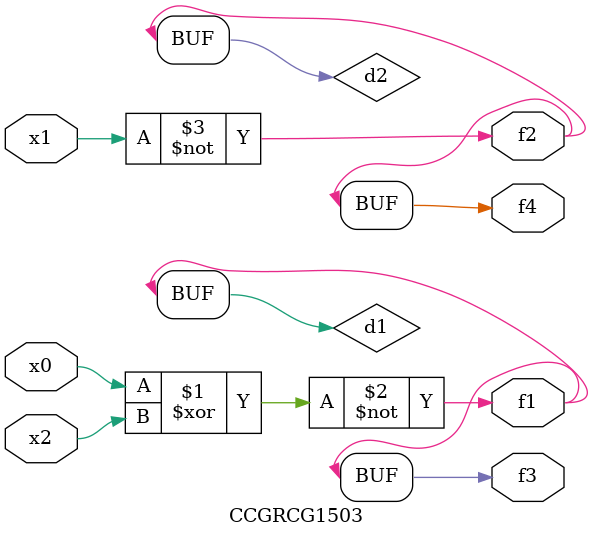
<source format=v>
module CCGRCG1503(
	input x0, x1, x2,
	output f1, f2, f3, f4
);

	wire d1, d2, d3;

	xnor (d1, x0, x2);
	nand (d2, x1);
	nor (d3, x1, x2);
	assign f1 = d1;
	assign f2 = d2;
	assign f3 = d1;
	assign f4 = d2;
endmodule

</source>
